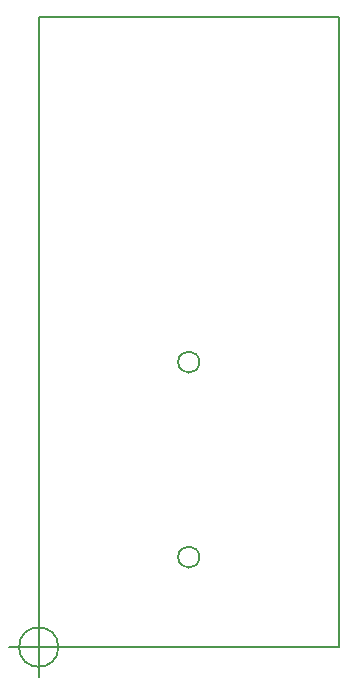
<source format=gm1>
G04 #@! TF.FileFunction,Profile,NP*
%FSLAX46Y46*%
G04 Gerber Fmt 4.6, Leading zero omitted, Abs format (unit mm)*
G04 Created by KiCad (PCBNEW 4.0.7) date *
%MOMM*%
%LPD*%
G01*
G04 APERTURE LIST*
%ADD10C,0.100000*%
%ADD11C,0.150000*%
G04 APERTURE END LIST*
D10*
D11*
X138058026Y-134620000D02*
G75*
G03X138058026Y-134620000I-898026J0D01*
G01*
X138058026Y-118110000D02*
G75*
G03X138058026Y-118110000I-898026J0D01*
G01*
X126126666Y-142240000D02*
G75*
G03X126126666Y-142240000I-1666666J0D01*
G01*
X121960000Y-142240000D02*
X126960000Y-142240000D01*
X124460000Y-139740000D02*
X124460000Y-144740000D01*
X124460000Y-88900000D02*
X124460000Y-142240000D01*
X124460000Y-88900000D02*
X149860000Y-88900000D01*
X149860000Y-88900000D02*
X149860000Y-142240000D01*
X149860000Y-142240000D02*
X124460000Y-142240000D01*
M02*

</source>
